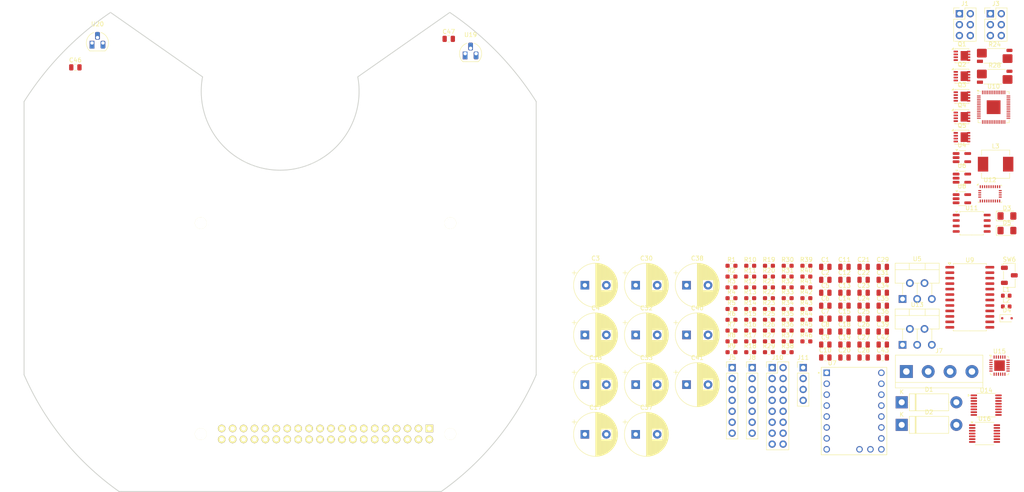
<source format=kicad_pcb>
(kicad_pcb
	(version 20240108)
	(generator "pcbnew")
	(generator_version "8.0")
	(general
		(thickness 1.6)
		(legacy_teardrops no)
	)
	(paper "A4")
	(layers
		(0 "F.Cu" signal)
		(31 "B.Cu" signal)
		(32 "B.Adhes" user "B.Adhesive")
		(33 "F.Adhes" user "F.Adhesive")
		(34 "B.Paste" user)
		(35 "F.Paste" user)
		(36 "B.SilkS" user "B.Silkscreen")
		(37 "F.SilkS" user "F.Silkscreen")
		(38 "B.Mask" user)
		(39 "F.Mask" user)
		(40 "Dwgs.User" user "User.Drawings")
		(41 "Cmts.User" user "User.Comments")
		(42 "Eco1.User" user "User.Eco1")
		(43 "Eco2.User" user "User.Eco2")
		(44 "Edge.Cuts" user)
		(45 "Margin" user)
		(46 "B.CrtYd" user "B.Courtyard")
		(47 "F.CrtYd" user "F.Courtyard")
		(48 "B.Fab" user)
		(49 "F.Fab" user)
		(50 "User.1" user)
		(51 "User.2" user)
		(52 "User.3" user)
		(53 "User.4" user)
		(54 "User.5" user)
		(55 "User.6" user)
		(56 "User.7" user)
		(57 "User.8" user)
		(58 "User.9" user)
	)
	(setup
		(pad_to_mask_clearance 0)
		(allow_soldermask_bridges_in_footprints no)
		(pcbplotparams
			(layerselection 0x00010fc_ffffffff)
			(plot_on_all_layers_selection 0x0000000_00000000)
			(disableapertmacros no)
			(usegerberextensions no)
			(usegerberattributes yes)
			(usegerberadvancedattributes yes)
			(creategerberjobfile yes)
			(dashed_line_dash_ratio 12.000000)
			(dashed_line_gap_ratio 3.000000)
			(svgprecision 4)
			(plotframeref no)
			(viasonmask no)
			(mode 1)
			(useauxorigin no)
			(hpglpennumber 1)
			(hpglpenspeed 20)
			(hpglpendiameter 15.000000)
			(pdf_front_fp_property_popups yes)
			(pdf_back_fp_property_popups yes)
			(dxfpolygonmode yes)
			(dxfimperialunits yes)
			(dxfusepcbnewfont yes)
			(psnegative no)
			(psa4output no)
			(plotreference yes)
			(plotvalue yes)
			(plotfptext yes)
			(plotinvisibletext no)
			(sketchpadsonfab no)
			(subtractmaskfromsilk no)
			(outputformat 1)
			(mirror no)
			(drillshape 1)
			(scaleselection 1)
			(outputdirectory "")
		)
	)
	(net 0 "")
	(net 1 "+5V")
	(net 2 "-BATT")
	(net 3 "Net-(M1-+)")
	(net 4 "VBUS")
	(net 5 "Net-(J5-Pin_2)")
	(net 6 "Net-(J8-Pin_2)")
	(net 7 "Net-(U12-CAP)")
	(net 8 "+3.3V")
	(net 9 "Net-(C11-Pad2)")
	(net 10 "Net-(U10-XIN)")
	(net 11 "Net-(U10-VREG_VOUT)")
	(net 12 "Net-(D1-K)")
	(net 13 "Net-(D2-K)")
	(net 14 "Bumper-F-R")
	(net 15 "US-Dist-Echo-Front")
	(net 16 "US-Dist-Trig-Front")
	(net 17 "Bumper-F-L")
	(net 18 "Bumper-B-R")
	(net 19 "US-Dist-Echo-Back")
	(net 20 "US-Dist-Trig-Back")
	(net 21 "Bumper-B-L")
	(net 22 "BottleDoor-UserButton-1")
	(net 23 "BottleDoor-Contact-1")
	(net 24 "BottleDoor-User-LED-1")
	(net 25 "BottleDoor-ServoPWM-1")
	(net 26 "Net-(J7-Pin_3)")
	(net 27 "Net-(J7-Pin_4)")
	(net 28 "Net-(J7-Pin_2)")
	(net 29 "Net-(J7-Pin_1)")
	(net 30 "BottleDoor-UserButton-2")
	(net 31 "BottleDoor-Contact-2")
	(net 32 "BottleDoor-User-LED-2")
	(net 33 "BottleDoor-ServoPWM-2")
	(net 34 "Net-(Q1-G)")
	(net 35 "Net-(Q2-D)")
	(net 36 "unconnected-(J10-Pin_9-Pad9)")
	(net 37 "Net-(U15-ACN)")
	(net 38 "unconnected-(J10-Pin_3-Pad3)")
	(net 39 "unconnected-(J10-Pin_8-Pad8)")
	(net 40 "unconnected-(J10-Pin_10-Pad10)")
	(net 41 "ChargeArm-PowerSwitch")
	(net 42 "unconnected-(U4-~{FLG}-Pad3)")
	(net 43 "unconnected-(U4-GND-Pad2)")
	(net 44 "unconnected-(U6-GND-Pad2)")
	(net 45 "BottleDoor-PowerSwitch-1")
	(net 46 "unconnected-(U6-~{FLG}-Pad3)")
	(net 47 "unconnected-(U8-GND-Pad2)")
	(net 48 "BottleDoor-PowerSwitch-2")
	(net 49 "unconnected-(U8-~{FLG}-Pad3)")
	(net 50 "unconnected-(U9-IO0_3-Pad7)")
	(net 51 "I2C-SCL")
	(net 52 "unconnected-(U9-IO1_0-Pad13)")
	(net 53 "Net-(U15-ACP)")
	(net 54 "unconnected-(U9-IO0_6-Pad10)")
	(net 55 "Net-(U1-GPIO22{slash}SDIO_CLK)")
	(net 56 "unconnected-(U9-IO0_7-Pad11)")
	(net 57 "Net-(U15-VCC)")
	(net 58 "I2C-SDA")
	(net 59 "Net-(Q3-D)")
	(net 60 "unconnected-(U10-GPIO22-Pad34)")
	(net 61 "Net-(U10-XOUT)")
	(net 62 "unconnected-(U10-GPIO18-Pad29)")
	(net 63 "unconnected-(U10-GPIO28_ADC2-Pad40)")
	(net 64 "Motor-SpreadChop")
	(net 65 "Net-(Q3-G)")
	(net 66 "TrackMagnetDetect1")
	(net 67 "Net-(U10-QSPI_SS)")
	(net 68 "TrackMagnetDetect2")
	(net 69 "Motor-EN")
	(net 70 "Net-(U10-USB_DM)")
	(net 71 "Net-(D4-A)")
	(net 72 "Motor-DIAG")
	(net 73 "unconnected-(U10-GPIO13-Pad16)")
	(net 74 "unconnected-(U10-GPIO17-Pad28)")
	(net 75 "unconnected-(U10-GPIO20-Pad31)")
	(net 76 "Net-(U10-QSPI_SD0)")
	(net 77 "unconnected-(U10-GPIO23-Pad35)")
	(net 78 "MotionC-RST")
	(net 79 "Net-(U10-QSPI_SD2)")
	(net 80 "Motor-1Wire-UART")
	(net 81 "unconnected-(U10-GPIO24-Pad36)")
	(net 82 "Net-(U10-QSPI_SD3)")
	(net 83 "Net-(U10-GPIO0)")
	(net 84 "Net-(U10-QSPI_SD1)")
	(net 85 "unconnected-(U10-GPIO19-Pad30)")
	(net 86 "Net-(U10-QSPI_SCLK)")
	(net 87 "Motor-Dir")
	(net 88 "Motor-IDX")
	(net 89 "Net-(U10-USB_DP)")
	(net 90 "unconnected-(U10-GPIO21-Pad32)")
	(net 91 "unconnected-(U10-SWCLK-Pad24)")
	(net 92 "Net-(D4-K)")
	(net 93 "unconnected-(U10-GPIO16-Pad27)")
	(net 94 "unconnected-(U10-SWD-Pad25)")
	(net 95 "Motor-Step")
	(net 96 "unconnected-(U10-GPIO29_ADC3-Pad41)")
	(net 97 "DrivePermission")
	(net 98 "Net-(Q5-D)")
	(net 99 "unconnected-(U12-PIN15-Pad15)")
	(net 100 "unconnected-(U12-PIN22-Pad22)")
	(net 101 "unconnected-(U12-PIN24-Pad24)")
	(net 102 "unconnected-(U12-BL_IND-Pad10)")
	(net 103 "unconnected-(U12-XIN32-Pad27)")
	(net 104 "Net-(U12-~{BOOT_LOAD_PIN})")
	(net 105 "unconnected-(U12-PIN23-Pad23)")
	(net 106 "Net-(U12-~{RESET})")
	(net 107 "unconnected-(U12-PIN12-Pad12)")
	(net 108 "unconnected-(U12-PIN7-Pad7)")
	(net 109 "unconnected-(U12-PIN1-Pad1)")
	(net 110 "unconnected-(U12-PIN13-Pad13)")
	(net 111 "IMU-INT")
	(net 112 "unconnected-(U12-PIN21-Pad21)")
	(net 113 "unconnected-(U12-PIN8-Pad8)")
	(net 114 "unconnected-(U12-XOUT32-Pad26)")
	(net 115 "unconnected-(U12-PIN16-Pad16)")
	(net 116 "Net-(U15-SRN)")
	(net 117 "PowerMonAlert")
	(net 118 "Net-(U15-SRP)")
	(net 119 "unconnected-(U14-NC-Pad13)")
	(net 120 "Net-(C37-Pad1)")
	(net 121 "Net-(C39-Pad2)")
	(net 122 "Net-(U15-TTC)")
	(net 123 "VCC")
	(net 124 "Net-(D3-A)")
	(net 125 "Net-(D5-A)")
	(net 126 "/DATA")
	(net 127 "unconnected-(J10-Pin_12-Pad12)")
	(net 128 "/RST")
	(net 129 "unconnected-(J10-Pin_11-Pad11)")
	(net 130 "/DC")
	(net 131 "unconnected-(J10-Pin_7-Pad7)")
	(net 132 "/CLK")
	(net 133 "unconnected-(J10-Pin_6-Pad6)")
	(net 134 "/CS")
	(net 135 "unconnected-(J10-Pin_13-Pad13)")
	(net 136 "USB_D-")
	(net 137 "USB_D+")
	(net 138 "unconnected-(J11-Pin_1-Pad1)")
	(net 139 "Net-(L3-Pad2)")
	(net 140 "+VDC")
	(net 141 "Net-(Q2-S-Pad1)")
	(net 142 "Net-(Q4-G)")
	(net 143 "Net-(Q5-G)")
	(net 144 "MotionC-BootOpt")
	(net 145 "Net-(U10-GPIO25)")
	(net 146 "Net-(U15-~{ACDRV})")
	(net 147 "Net-(U15-~{BATDRV})")
	(net 148 "ChargerStat1")
	(net 149 "ChargerStat2")
	(net 150 "ChargerStatPG")
	(net 151 "Net-(U15-ISET2)")
	(net 152 "Net-(U15-ISET1)")
	(net 153 "Net-(U15-ACSET)")
	(net 154 "Net-(R40-Pad2)")
	(net 155 "Net-(U15-TS)")
	(net 156 "I2C-SDA-MC")
	(net 157 "I2C-SCL-MC")
	(net 158 "Net-(U1-GPIO16{slash}SPI1_~{CE2})")
	(net 159 "Net-(SW6-A)")
	(net 160 "Net-(U14-VBUS)")
	(net 161 "unconnected-(U16-TEST-Pad7)")
	(net 162 "unconnected-(U16-TEST-Pad8)")
	(net 163 "unconnected-(U16-TEST-Pad10)")
	(net 164 "unconnected-(U16-TEST-Pad5)")
	(net 165 "unconnected-(U16-TEST-Pad6)")
	(net 166 "unconnected-(U16-TEST-Pad9)")
	(net 167 "unconnected-(U16-A1-Pad4)")
	(net 168 "unconnected-(U16-PWM-Pad14)")
	(net 169 "unconnected-(U16-A2-Pad3)")
	(net 170 "unconnected-(U1-SDA_I2C1{slash}GPIO02-Pad3)")
	(net 171 "unconnected-(U1-3V3-Pad1)")
	(net 172 "unconnected-(U1-~{CE1}_SPI0{slash}GPIO07-Pad26)")
	(net 173 "Net-(SW6-B)")
	(net 174 "unconnected-(U1-SCL_I2C1{slash}GPIO03-Pad5)")
	(net 175 "unconnected-(U1-GPIO15{slash}UART_RXD-Pad10)")
	(net 176 "ChargeArm-ServoPWM")
	(net 177 "unconnected-(U1-GPCLK2{slash}GPIO06-Pad31)")
	(net 178 "unconnected-(U1-MISO_SPI0{slash}GPIO09-Pad21)")
	(net 179 "unconnected-(U1-3V3-Pad1)_1")
	(net 180 "unconnected-(U7-PDN-Pad11)")
	(footprint "Package_TO_SOT_SMD:SOT-23-5_HandSoldering" (layer "F.Cu") (at 270.575 80.385))
	(footprint "Capacitor_SMD:C_0805_2012Metric" (layer "F.Cu") (at 238.835 105.25))
	(footprint "Resistor_SMD:R_0603_1608Metric_Pad0.98x0.95mm_HandSolder" (layer "F.Cu") (at 217.035 103.5))
	(footprint "Capacitor_SMD:C_0805_2012Metric" (layer "F.Cu") (at 243.285 108.26))
	(footprint "Inductor_SMD:L_0603_1608Metric" (layer "F.Cu") (at 280.875 105.43))
	(footprint "Diode_THT:D_5W_P12.70mm_Horizontal" (layer "F.Cu") (at 256.585 132.94))
	(footprint "Package_SO:SOIC-8_5.23x5.23mm_P1.27mm" (layer "F.Cu") (at 272.845 86.09))
	(footprint "Capacitor_THT:CP_Radial_D10.0mm_P5.00mm" (layer "F.Cu") (at 182.959646 100.49))
	(footprint "Connector_PinHeader_2.54mm:PinHeader_1x07_P2.54mm_Vertical" (layer "F.Cu") (at 217.185 119.63))
	(footprint "Resistor_SMD:R_0603_1608Metric_Pad0.98x0.95mm_HandSolder" (layer "F.Cu") (at 221.385 98.48))
	(footprint "Capacitor_THT:CP_Radial_D10.0mm_P5.00mm" (layer "F.Cu") (at 194.774292 100.49))
	(footprint "Package_TO_SOT_SMD:SOT-23-5_HandSoldering" (layer "F.Cu") (at 270.575 75.61))
	(footprint "Capacitor_SMD:C_0805_2012Metric" (layer "F.Cu") (at 238.835 114.28))
	(footprint "Resistor_SMD:R_0603_1608Metric_Pad0.98x0.95mm_HandSolder" (layer "F.Cu") (at 234.435 98.48))
	(footprint "Resistor_SMD:R_0603_1608Metric_Pad0.98x0.95mm_HandSolder" (layer "F.Cu") (at 221.385 108.52))
	(footprint "Capacitor_SMD:C_0805_2012Metric" (layer "F.Cu") (at 252.185 96.22))
	(footprint "Package_SO:Vishay_PowerPAK_1212-8_Single" (layer "F.Cu") (at 270.585 61.36))
	(footprint "Capacitor_SMD:C_0805_2012Metric" (layer "F.Cu") (at 238.835 117.29))
	(footprint "Package_DFN_QFN:VQFN-24-1EP_4x4mm_P0.5mm_EP2.45x2.45mm" (layer "F.Cu") (at 279.315 119.17))
	(footprint "Capacitor_SMD:C_0805_2012Metric" (layer "F.Cu") (at 238.835 108.26))
	(footprint "Inductor_SMD:L_0603_1608Metric" (layer "F.Cu") (at 280.875 102.92))
	(footprint "Capacitor_SMD:C_0805_2012Metric" (layer "F.Cu") (at 151.33 43.24))
	(footprint "Package_TO_SOT_THT:TO-220-5_P3.4x3.7mm_StaggerOdd_Lead3.8mm_Vertical"
		(layer "F.Cu")
		(uuid "3299ccdc-b9d9-49fc-ab8d-61d7d88f37ed")
		(at 256.785 114.34)
		(descr "TO-220-5, Vertical, RM 1.7mm, Pentawatt, Multiwatt-5, staggered type-1, see http://www.analog.com/media/en/package-pcb-resources/package/pkg_pdf/ltc-legacy-to-220/to-220_5_05-08-1421.pdf?domain=www.linear.com, https://www.diodes.com/assets/Package-Files/TO220-5.pdf")
		(tags "TO-220-5 Vertical RM 1.7mm Pentawatt Multiwatt-5 staggered type-1")
		(property "Reference" "U13"
			(at 3.4 -9.32 0)
			(layer "F.SilkS")
			(uuid "dfc3a6c7-9caf-47f7-9f82-b8ae20c251b5")
			(effects
				(font
					(size 1 1)
					(thickness 0.15)
				)
			)
		)
		(property "Value" "LM2596T-3.3"
			(at 3.4 2.15 0)
			(layer "F.Fab")
			(uuid "94757c02-1dfd-4457-a9be-13524a54e5e0")
			(effects
				(font
					(size 1 1)
					(thickness 0.15)
				)
			)
		)
		(property "Footprint" "Package_TO_SOT_THT:TO-220-5_P3.4x3.7mm_StaggerOdd_Lead3.8mm_Vertical"
			(at 0 0 0)
			(unlocked yes)
			(layer "F.Fab")
			(hide yes)
			(uuid "6c051a6b-62d1-45fa-bf8f-05528dfe7048")
			(effects
				(font
					(size 1.27 1.27)
					(thickness 0.15)
				)
			)
		)
		(property "Datasheet" "http://www.ti.com/lit/ds/symlink/lm2596.pdf"
			(at 0 0 0)
			(unlocked yes)
			(layer "F.Fab")
			(hide yes)
			(uuid "37d82cd1-de13-4b99-9f58-fffdcfe7b48a")
			(effects
				(font
					(size 1.27 1.27)
					(thickness 0.15)
				)
			)
		)
		(property "Description" "5V 3A 150kHz Step-Down Voltage Regulator, TO-220"
			(at 0 0 0)
			(unlocked yes)
			(layer "F.Fab")
			(hide yes)
			(uuid "cb9776ba-6776-48bd-8e2e-57737316985e")
			(effects
				(font
					(size 1.27 1.27)
					(thickness 0.15)
				)
			)
		)
		(property ki_fp_filters "TO?220*")
		(path "/63dc8253-e876-4d05-a7c4-9d4ed39ecff0")
		(sheetname "Stammblatt")
		(sheetfile "monorail.kicad_sch")
		(attr through_hole)
		(fp_line
			(start -1.721 -8.32)
			(end -1.721 -3.679)
			(stroke
				(width 0.12)
				(type solid)
			)
			(layer "F.SilkS")
			(uuid "02eec198-0c63-4bf7-873f-02311c3c50f3")
		)
		(fp_line
			(start -1.721 -8.32)
			(end 8.52 -8.32)
			(stroke
				(width 0.12)
				(type solid)
			)
			(layer "F.SilkS")
			(uuid "086eb8c3-546e-4f27-b97b-16762b9be3b2")
		)
		(fp_line
			(start -1.721 -6.811)
			(end 8.52 -6.811)
			(stroke
				(width 0.12)
				(type solid)
			)
			(layer "F.SilkS")
			(uuid "453b4547-cb65-4076-848b-19501600a87e")
		)
		(fp_line
			(start -1.721 -3.679)
			(end 0.635 -3.679)
			(stroke
				(width 0.12)
				(type solid)
			)
			(layer "F.SilkS")
			(uuid "2b027445-799b-4776-89f8-28fa616b6b19")
		)
		(fp_line
			(start 0 -3.679)
			(end 0 -1.049)
			(stroke
				(width 0.12)
				(type solid)
			)
			(layer "F.SilkS")
			(uuid "5bfd1b1f-39bc-4581-ba9d-bfc13b5b2317")
		)
		(fp_line
			(start 1.55 -8.32)
			(end 1.55 -6.811)
			(stroke
				(width 0.12)
				(type solid)
			)
			(layer "F.SilkS")
			(uuid "3cac66a7-2d8a-482f-9894-67ce47e55970")
		)
		(fp_line
			(start 2.765 -3.679)
			(end 4.035 -3.679)
			(stroke
				(width 0.12)
				(type solid)
			)
			(layer "F.SilkS")
			(uuid "3d861062-7590-4cc4-96f2-c7838171b96c")
		)
		(fp_line
			(start 3.4 -3.679)
			(end 3.4 -1.065)
			(stroke
				(width 0.12)
				(type solid)
			)
			(layer "F.SilkS")
			(uuid "e552aeb5-99a5-44bd-bbb2-29df0ca09baa")
		)
		(fp_line
			(start 5.25 -8.32)
			(end 5.25 -6.811)
			(stroke
				(width 0.12)
				(type solid)
			)
			(layer "F.SilkS")
			(uuid "bd7239f4-7716-448f-b54b-2659b09a9d08")
		)
		(fp_line
			(start 6.165 -3.679)
			(end 8.52 -3.679)
			(stroke
				(width 0.12)
				(type solid)
			)
			(layer "F.SilkS")
			(uuid "efa7ca1a-3d29-4739-8c09-27e26933e0a6")
		)
		(fp_line
			(start 6.8 -3.679)
			(end 6.8 -1.065)
			(stroke
				(width 0.12)
				(type solid)
			)
			(layer "F.SilkS")
			(uuid "56e16ab5-3a40-44a9-a1bf-a3730e45dcf3")
		)
		(fp_line
			(start 8.52 -8.32)
			(end 8.52 -3.679)
			(stroke
				(width 0.12)
				(type solid)
			)
			(layer "F.SilkS")
			(uuid "48c5ded0-7ba2-4765-92f2-5d1ee2de066d")
		)
		(fp_line
			(start -1.85 -8.45)
			(end -1.85 1.15)
			(stroke
				(width 0.05)
				(type solid)
			)
			(layer "F.CrtYd")
			(uuid "e5803999-8b91-46fa-baea-04b85fd1a691")
		)
		(fp_line
			(start -1.85 1.15)
			(end 8.65 1.15)
			(stroke
				(width 0.05)
				(type solid)
			)
			(layer "F.CrtYd")
			(uuid "aaf83d74-cf73-44ea-8878-41c3bc199eac")
		)
		(fp_line
			(start 8.65 -8.45)
			(end -1.85 -8.45)
			(stroke
				(width 0.05)
				(type solid)
			)
			(layer "F.CrtYd")
			(uuid "22d667d3-dbaa-4dc9-a635-cdf549999b1a")
		)
		(fp_line
			(start 8.65 1.15)
			(end 8.65 -8.45)
			(stroke
				(width 0.05)
				(type solid)
			)
			(layer "F.CrtYd")
			(uuid "1f708d4f-09f5-4355-bb7f-92787258977f")
		)
		(fp_line
			(start -1.6 -8.2)
			(end -1.6 -3.8)
			(stroke
				(width 0.1)
				(type solid)
			)
			(layer "F.Fab")
			(uuid "7889f482-88d5-4d0d-8357-1c8ce4848a32")
		)
		(fp_line
			(start -1.6 -6.93)
			(end 8.4 -6.93)
			(stroke
				(width 0.1)
				(type solid)
			)
			(layer "F.Fab")
			(uuid "74416ea5-a166-450d-8447-65c47d0a5241")
		)
		(fp_line
			(start -1.6 -3.8)
			(end 8.4 -3.8)
			(stroke
				(width 0.1)
				(type solid)
			)
			(layer "F.Fab")
			(uuid "65e71a6b-af38-4ab5-ac30-99c2bd6bd29b")
		)
		(fp_line
			(start 0 -3.8)
			(end 0 0)
			(stroke
				(width 0.1)
				(type solid)
			)
			(layer "F.Fab")
			(uuid "814b3ba7-0f14-45f3-a165-8644029140ea")
		)
		(fp_line
			(start 1.55 -8.2)
			(end 1.55 -6.93)
			(stroke
				(width 0.1)
				(type solid)
			)
			(layer "F.Fab")
			(uuid "f12e582e-1a4c-4792-afe6-e774e175fd9d")
		)
		(fp_line
			(start 1.7 -3.8)
			(end 1.7 -3.7)
			(stroke
				(width 0.1)
				(type solid)
			)
			(layer "F.Fab")
			(uuid "2d7f2a80-515c-4637-ac5b-76cd155f2515")
		)
		(fp_line
			(start 3.4 -3.8)
			(end 3.4 0)
			(stroke
				(width 0.1)
				(type solid)
			)
			(layer "F.Fab")
			(uuid "edba43d3-896f-4ba0-95d5-8f0e231af73f")
		)
		(fp_line
			(start 5.1 -3.8)
			(end 5.1 -3.7)
			(stroke
				(width 0.1)
				(type solid)
			)
			(layer "F.Fab")
			(uuid "22d5f6b4-4781-4500-aa1b-dc973a557c65")
		)
		(fp_line
			(start 5.25 -8.2)
			(end 5.25 -6.93)
			(stroke
				(width 0.1)
				(type solid)
			)
			(layer "F.Fab")
			(uuid "5df6dca6-028f-45f8-a1a7-745ae892f4f3")
		)
		(fp_line
			(start 6.8 -3.8)
			(end 6.8 0)
			(stroke
				(width 0.1)
				(type solid)
			)
			(layer "F.Fab")
			(uuid "5feae22d-1c42-4d29-bb87-4f7426c0c29c")
		)
		(fp_line
			(start 8.4 -8.2)
			(end -1.6 -8.2)
			(stroke
				(width 0.1)
				(type solid)
			)
			(layer "F.Fab")
			(uuid "e657fc74-1fd0-44d1-8394-aaa132671ed1")
		)
		(fp_line
			(start 8.4 -3.8)
			(end 8.4 -8.2)
			(stroke
				(width 0.1)
				(type solid)
			)
			(layer "F.Fab")
			(uuid "f829456a-ed0c-4dc2-ab9d-0034f1426761")
		)
		(fp_text user "${REFERENCE}"
			(at 3.4 -9.32 0)
			(layer "F.Fab")
			(uuid "bc58391e-1378-43fc-9ff5-bf4deea701eb")
			(effects
				(font
					(size 1 1)
					(thickness 0.15)
				)
			)
		)
		(pad "1" thru_hole rect
			(at 0 0)
			(size 1.8 1.8)
			(drill 1.1)
			(layers "*.Cu" "*.Mask")
			(remove_unused_layers no)
			(net 4 "VBUS")
			(pinfunction "VIN")
			(pintype "power_in")
			(uuid "fe8158f9-8160-4833-9706-fc804346efbf")
		)
		(pad "2" thru_hole oval
			(at 1.7 -3.7)
			(size 1.8 1.8)
			(drill 1.1)
			(layers "*.Cu" "*.Mask")
			(remove_unused_layers no)
			(net 13 "Net-(D2-K)")
			(pinfunction "OUT")
			(pintype "output")
			(uuid "f27d6ce8-7395-4135-b616-d7b194009b01")
		)
		(pad "3" thru_hole oval
			(at 3.4 0)
			(size 1.8 1.8)
			(drill 1.1)
			(layers "*.Cu" "*.Mask")
			(remove_unused_layers no)
			(net 2 "-BATT")
			(pinfunction "GND")
			(pintype "power_in")
			(uuid "193ca31f-5ed9-4c87-844a-d4f73ea20000")
		)
		(pad "4" thru_hole oval
			(at 5.1 -3.7)
			(size 1.8 1.8)
			(drill 1.1)
			(layers "*.Cu" "*.Mask")
			(remove_unused_layers no)
			(net 8 "+3.3V")
			(pinfunction "FB")
			(pintype "input")
			(uuid "921e1bde-f043-468f-9a88-361f0946747d")
		)
		(pad "5" thru_hole oval
			(at 6.8 0)
			(size 1.8 1.8)
			(drill 1.1)
			(layers "*.Cu" "*.Mask")
			(remove_unused_layers no)
			(net 2 "-BATT")
			(pinfunction "~{ON}/OFF")
			(pintype "input")
			(uuid "ad81e74d-928c-4e76-b004-19db8ef5788f")
		)
		(model "${KICAD8_3DMODEL_D
... [875118 chars truncated]
</source>
